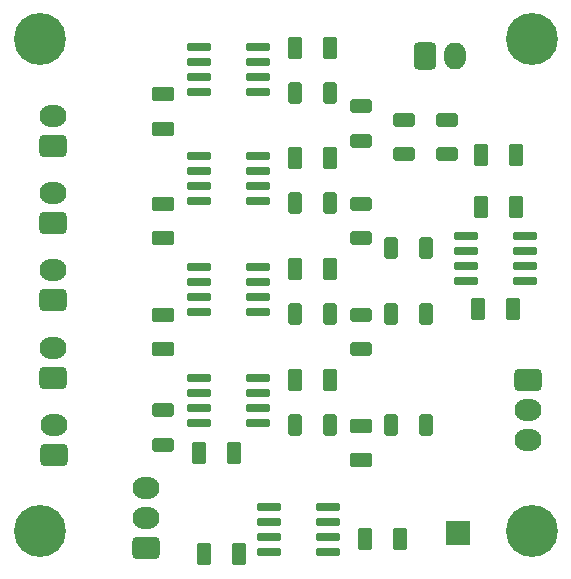
<source format=gts>
%TF.GenerationSoftware,KiCad,Pcbnew,(6.0.1-0)*%
%TF.CreationDate,2022-05-20T12:10:41-04:00*%
%TF.ProjectId,Summing Circuit V5,53756d6d-696e-4672-9043-697263756974,003*%
%TF.SameCoordinates,Original*%
%TF.FileFunction,Soldermask,Top*%
%TF.FilePolarity,Negative*%
%FSLAX46Y46*%
G04 Gerber Fmt 4.6, Leading zero omitted, Abs format (unit mm)*
G04 Created by KiCad (PCBNEW (6.0.1-0)) date 2022-05-20 12:10:41*
%MOMM*%
%LPD*%
G01*
G04 APERTURE LIST*
G04 Aperture macros list*
%AMRoundRect*
0 Rectangle with rounded corners*
0 $1 Rounding radius*
0 $2 $3 $4 $5 $6 $7 $8 $9 X,Y pos of 4 corners*
0 Add a 4 corners polygon primitive as box body*
4,1,4,$2,$3,$4,$5,$6,$7,$8,$9,$2,$3,0*
0 Add four circle primitives for the rounded corners*
1,1,$1+$1,$2,$3*
1,1,$1+$1,$4,$5*
1,1,$1+$1,$6,$7*
1,1,$1+$1,$8,$9*
0 Add four rect primitives between the rounded corners*
20,1,$1+$1,$2,$3,$4,$5,0*
20,1,$1+$1,$4,$5,$6,$7,0*
20,1,$1+$1,$6,$7,$8,$9,0*
20,1,$1+$1,$8,$9,$2,$3,0*%
G04 Aperture macros list end*
%ADD10RoundRect,0.300800X0.325000X0.650000X-0.325000X0.650000X-0.325000X-0.650000X0.325000X-0.650000X0*%
%ADD11RoundRect,0.300800X-0.650000X0.325000X-0.650000X-0.325000X0.650000X-0.325000X0.650000X0.325000X0*%
%ADD12RoundRect,0.300800X-0.312500X-0.625000X0.312500X-0.625000X0.312500X0.625000X-0.312500X0.625000X0*%
%ADD13RoundRect,0.300800X-0.625000X0.312500X-0.625000X-0.312500X0.625000X-0.312500X0.625000X0.312500X0*%
%ADD14RoundRect,0.300800X0.312500X0.625000X-0.312500X0.625000X-0.312500X-0.625000X0.312500X-0.625000X0*%
%ADD15RoundRect,0.200800X-0.825000X-0.150000X0.825000X-0.150000X0.825000X0.150000X-0.825000X0.150000X0*%
%ADD16RoundRect,0.300800X0.845000X-0.620000X0.845000X0.620000X-0.845000X0.620000X-0.845000X-0.620000X0*%
%ADD17O,2.291600X1.841600*%
%ADD18RoundRect,0.300800X0.625000X-0.312500X0.625000X0.312500X-0.625000X0.312500X-0.625000X-0.312500X0*%
%ADD19C,4.401600*%
%ADD20RoundRect,0.300800X-0.845000X0.620000X-0.845000X-0.620000X0.845000X-0.620000X0.845000X0.620000X0*%
%ADD21RoundRect,0.300800X0.650000X-0.325000X0.650000X0.325000X-0.650000X0.325000X-0.650000X-0.325000X0*%
%ADD22RoundRect,0.050800X-1.000000X-1.000000X1.000000X-1.000000X1.000000X1.000000X-1.000000X1.000000X0*%
%ADD23RoundRect,0.300800X-0.325000X-0.650000X0.325000X-0.650000X0.325000X0.650000X-0.325000X0.650000X0*%
%ADD24RoundRect,0.200800X0.825000X0.150000X-0.825000X0.150000X-0.825000X-0.150000X0.825000X-0.150000X0*%
%ADD25RoundRect,0.300800X-0.620000X-0.845000X0.620000X-0.845000X0.620000X0.845000X-0.620000X0.845000X0*%
%ADD26O,1.841600X2.291600*%
G04 APERTURE END LIST*
D10*
%TO.C,C10*%
X121109000Y-57531000D03*
X118159000Y-57531000D03*
%TD*%
%TO.C,C5*%
X105361000Y-67183000D03*
X102411000Y-67183000D03*
%TD*%
D11*
%TO.C,C9*%
X107950000Y-80440000D03*
X107950000Y-83390000D03*
%TD*%
D10*
%TO.C,C8*%
X97233000Y-82804000D03*
X94283000Y-82804000D03*
%TD*%
D12*
%TO.C,R3*%
X102423500Y-61595000D03*
X105348500Y-61595000D03*
%TD*%
D13*
%TO.C,W1*%
X91186000Y-79121000D03*
X91186000Y-82046000D03*
%TD*%
D14*
%TO.C,R7*%
X113476500Y-70993000D03*
X110551500Y-70993000D03*
%TD*%
D15*
%TO.C,U5*%
X116905000Y-64389000D03*
X116905000Y-65659000D03*
X116905000Y-66929000D03*
X116905000Y-68199000D03*
X121855000Y-68199000D03*
X121855000Y-66929000D03*
X121855000Y-65659000D03*
X121855000Y-64389000D03*
%TD*%
D16*
%TO.C,J7*%
X81935000Y-69850000D03*
D17*
X81935000Y-67310000D03*
%TD*%
D16*
%TO.C,J4*%
X89789000Y-90805000D03*
D17*
X89789000Y-88265000D03*
X89789000Y-85725000D03*
%TD*%
D10*
%TO.C,C12*%
X120855000Y-70612000D03*
X117905000Y-70612000D03*
%TD*%
D18*
%TO.C,R9*%
X115252500Y-57469500D03*
X115252500Y-54544500D03*
%TD*%
D10*
%TO.C,C1*%
X97614000Y-91313000D03*
X94664000Y-91313000D03*
%TD*%
D16*
%TO.C,J8*%
X81935000Y-63309500D03*
D17*
X81935000Y-60769500D03*
%TD*%
D18*
%TO.C,R12*%
X111633000Y-57469500D03*
X111633000Y-54544500D03*
%TD*%
D19*
%TO.C,H1*%
X80772000Y-47752000D03*
%TD*%
D13*
%TO.C,R11*%
X107950000Y-53401500D03*
X107950000Y-56326500D03*
%TD*%
D15*
%TO.C,U6*%
X94299000Y-48387000D03*
X94299000Y-49657000D03*
X94299000Y-50927000D03*
X94299000Y-52197000D03*
X99249000Y-52197000D03*
X99249000Y-50927000D03*
X99249000Y-49657000D03*
X99249000Y-48387000D03*
%TD*%
D20*
%TO.C,J2*%
X122154000Y-76581000D03*
D17*
X122154000Y-79121000D03*
X122154000Y-81661000D03*
%TD*%
D21*
%TO.C,C4*%
X91186000Y-64594000D03*
X91186000Y-61644000D03*
%TD*%
D22*
%TO.C,J5*%
X116205000Y-89535000D03*
%TD*%
D23*
%TO.C,C2*%
X108318000Y-90043000D03*
X111268000Y-90043000D03*
%TD*%
D10*
%TO.C,C13*%
X105361000Y-48514000D03*
X102411000Y-48514000D03*
%TD*%
D19*
%TO.C,H4*%
X122428000Y-89408000D03*
%TD*%
D21*
%TO.C,C6*%
X91186000Y-73992000D03*
X91186000Y-71042000D03*
%TD*%
D19*
%TO.C,H2*%
X122428000Y-47752000D03*
%TD*%
D15*
%TO.C,U4*%
X94299000Y-57658000D03*
X94299000Y-58928000D03*
X94299000Y-60198000D03*
X94299000Y-61468000D03*
X99249000Y-61468000D03*
X99249000Y-60198000D03*
X99249000Y-58928000D03*
X99249000Y-57658000D03*
%TD*%
D24*
%TO.C,U1*%
X105156000Y-91186000D03*
X105156000Y-89916000D03*
X105156000Y-88646000D03*
X105156000Y-87376000D03*
X100206000Y-87376000D03*
X100206000Y-88646000D03*
X100206000Y-89916000D03*
X100206000Y-91186000D03*
%TD*%
D12*
%TO.C,R2*%
X102423500Y-70993000D03*
X105348500Y-70993000D03*
%TD*%
%TO.C,R10*%
X102423500Y-52324000D03*
X105348500Y-52324000D03*
%TD*%
D14*
%TO.C,R6*%
X113476500Y-80391000D03*
X110551500Y-80391000D03*
%TD*%
D16*
%TO.C,J1*%
X81955000Y-82931000D03*
D17*
X81955000Y-80391000D03*
%TD*%
D10*
%TO.C,C7*%
X105361000Y-76581000D03*
X102411000Y-76581000D03*
%TD*%
D13*
%TO.C,R5*%
X107950000Y-61656500D03*
X107950000Y-64581500D03*
%TD*%
%TO.C,R4*%
X107950000Y-71054500D03*
X107950000Y-73979500D03*
%TD*%
D15*
%TO.C,U3*%
X94299000Y-67056000D03*
X94299000Y-68326000D03*
X94299000Y-69596000D03*
X94299000Y-70866000D03*
X99249000Y-70866000D03*
X99249000Y-69596000D03*
X99249000Y-68326000D03*
X99249000Y-67056000D03*
%TD*%
D12*
%TO.C,R1*%
X102423500Y-80391000D03*
X105348500Y-80391000D03*
%TD*%
D19*
%TO.C,H3*%
X80772000Y-89408000D03*
%TD*%
D10*
%TO.C,C3*%
X105361000Y-57785000D03*
X102411000Y-57785000D03*
%TD*%
D25*
%TO.C,J3*%
X113411000Y-49149000D03*
D26*
X115951000Y-49149000D03*
%TD*%
D21*
%TO.C,C14*%
X91186000Y-55323000D03*
X91186000Y-52373000D03*
%TD*%
D16*
%TO.C,J9*%
X81935000Y-56769000D03*
D17*
X81935000Y-54229000D03*
%TD*%
D23*
%TO.C,C11*%
X118159000Y-61976000D03*
X121109000Y-61976000D03*
%TD*%
D15*
%TO.C,U2*%
X94299000Y-76454000D03*
X94299000Y-77724000D03*
X94299000Y-78994000D03*
X94299000Y-80264000D03*
X99249000Y-80264000D03*
X99249000Y-78994000D03*
X99249000Y-77724000D03*
X99249000Y-76454000D03*
%TD*%
D14*
%TO.C,R8*%
X113476500Y-65405000D03*
X110551500Y-65405000D03*
%TD*%
D16*
%TO.C,J6*%
X81935000Y-76390500D03*
D17*
X81935000Y-73850500D03*
%TD*%
M02*

</source>
